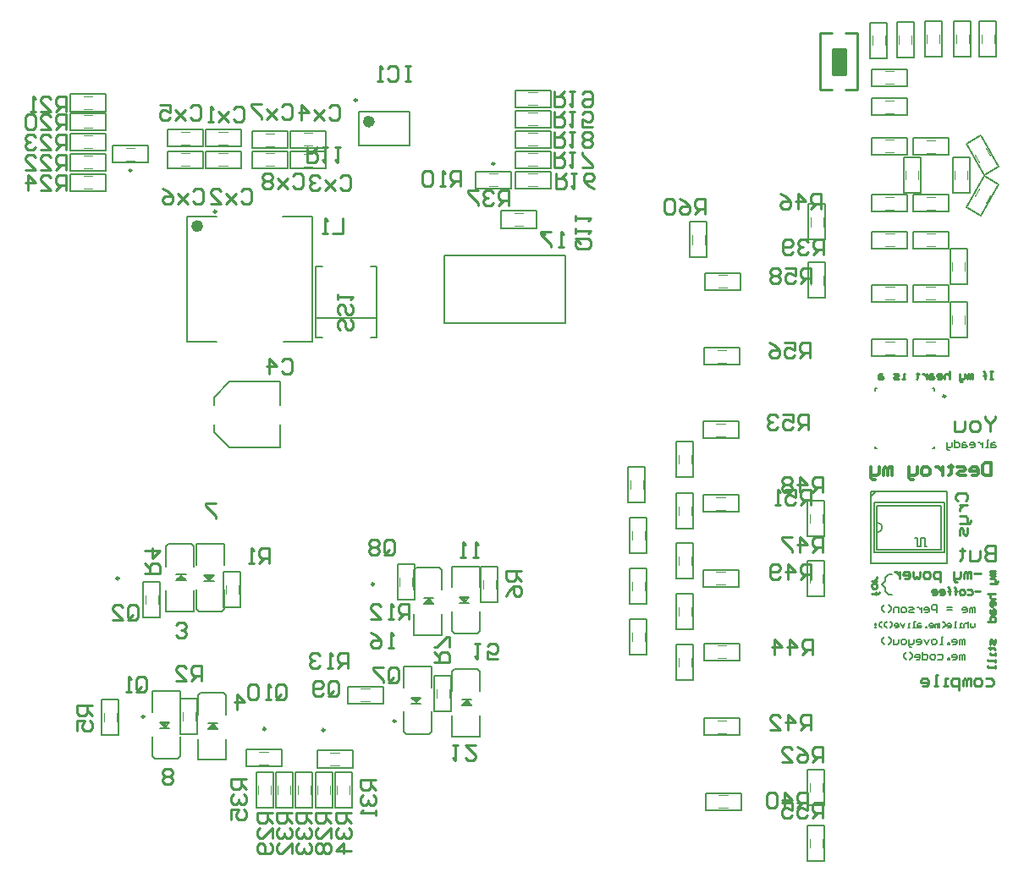
<source format=gbo>
G04*
G04 #@! TF.GenerationSoftware,Altium Limited,Altium Designer,18.1.6 (161)*
G04*
G04 Layer_Color=32896*
%FSTAX24Y24*%
%MOIN*%
G70*
G01*
G75*
%ADD10C,0.0100*%
%ADD11C,0.0098*%
%ADD12C,0.0236*%
%ADD13C,0.0040*%
%ADD14C,0.0079*%
%ADD16C,0.0050*%
%ADD18C,0.0080*%
%ADD146C,0.0120*%
%ADD147R,0.0500X0.1000*%
D10*
X11682Y069932D02*
X11727D01*
X11783D02*
X11828D01*
Y067712D02*
Y069932D01*
X11682Y067712D02*
Y069932D01*
X1173Y068322D02*
Y069322D01*
Y068322D02*
X1178D01*
Y069322D01*
X1173D02*
X1178D01*
X11682Y067712D02*
X11727D01*
X11783D02*
X11828D01*
X123338Y0445D02*
X123563D01*
X123638Y044425D01*
Y044275D01*
X123563Y0442D01*
X123338D01*
X123113D02*
X122963D01*
X122888Y044275D01*
Y044425D01*
X122963Y0445D01*
X123113D01*
X123188Y044425D01*
Y044275D01*
X123113Y0442D01*
X122738D02*
Y0445D01*
X122663D01*
X122588Y044425D01*
Y0442D01*
Y044425D01*
X122513Y0445D01*
X122438Y044425D01*
Y0442D01*
X122288Y04405D02*
Y0445D01*
X122063D01*
X121988Y044425D01*
Y044275D01*
X122063Y0442D01*
X122288D01*
X121838D02*
X121688D01*
X121763D01*
Y0445D01*
X121838D01*
X121463Y0442D02*
X121313D01*
X121388D01*
Y04465D01*
X121463D01*
X120863Y0442D02*
X121013D01*
X121088Y044275D01*
Y044425D01*
X121013Y0445D01*
X120863D01*
X120788Y044425D01*
Y04435D01*
X121088D01*
X1231Y04795D02*
X1229D01*
X1226Y048D02*
X12275D01*
X1228Y04795D01*
Y04785D01*
X12275Y0478D01*
X1226D01*
X12245D02*
X12235D01*
X1223Y04785D01*
Y04795D01*
X12235Y048D01*
X12245D01*
X1225Y04795D01*
Y04785D01*
X12245Y0478D01*
X12215D02*
Y04805D01*
Y04795D01*
X1222D01*
X1221D01*
X12215D01*
Y04805D01*
X1221Y0481D01*
X1219Y0478D02*
Y04805D01*
Y04795D01*
X12195D01*
X12185D01*
X1219D01*
Y04805D01*
X12185Y0481D01*
X121551Y0478D02*
X12165D01*
X1217Y04785D01*
Y04795D01*
X12165Y048D01*
X121551D01*
X121501Y04795D01*
Y0479D01*
X1217D01*
X121251Y0478D02*
X121351D01*
X121401Y04785D01*
Y04795D01*
X121351Y048D01*
X121251D01*
X121201Y04795D01*
Y0479D01*
X121401D01*
X118863Y04785D02*
X119113D01*
X119013D01*
Y0478D01*
Y0479D01*
Y04785D01*
X119113D01*
X119163Y0479D01*
X118863Y0481D02*
Y0482D01*
X118913Y04825D01*
X119013D01*
X119063Y0482D01*
Y0481D01*
X119013Y04805D01*
X118913D01*
X118863Y0481D01*
X119063Y04835D02*
X118863D01*
X118963D01*
X119013Y0484D01*
X119063Y04845D01*
Y0485D01*
X12315Y04865D02*
X122883D01*
X12275Y04845D02*
Y048717D01*
X122683D01*
X122617Y04865D01*
Y04845D01*
Y04865D01*
X12255Y048717D01*
X122484Y04865D01*
Y04845D01*
X12235Y048717D02*
Y048517D01*
X122284Y04845D01*
X122084D01*
Y048383D01*
X12215Y048317D01*
X122217D01*
X122084Y04845D02*
Y048717D01*
X121551Y048317D02*
Y048717D01*
X121351D01*
X121284Y04865D01*
Y048517D01*
X121351Y04845D01*
X121551D01*
X121084D02*
X120951D01*
X120884Y048517D01*
Y04865D01*
X120951Y048717D01*
X121084D01*
X121151Y04865D01*
Y048517D01*
X121084Y04845D01*
X120751Y048717D02*
Y048517D01*
X120684Y04845D01*
X120617Y048517D01*
X120551Y04845D01*
X120484Y048517D01*
Y048717D01*
X120151Y04845D02*
X120284D01*
X120351Y048517D01*
Y04865D01*
X120284Y048717D01*
X120151D01*
X120084Y04865D01*
Y048583D01*
X120351D01*
X119951Y048717D02*
Y04845D01*
Y048583D01*
X119884Y04865D01*
X119818Y048717D01*
X119751D01*
X1237Y04875D02*
X1235D01*
Y0487D01*
X12355Y04865D01*
X1237D01*
X12355D01*
X1235Y0486D01*
X12355Y04855D01*
X1237D01*
X1235Y04845D02*
X12365D01*
X1237Y0484D01*
Y04825D01*
X12375D01*
X1238Y0483D01*
Y04835D01*
X1237Y04825D02*
X1235D01*
X1234Y04785D02*
X1237D01*
X12355D01*
X1235Y0478D01*
Y0477D01*
X12355Y04765D01*
X1237D01*
Y0474D02*
Y0475D01*
X12365Y04755D01*
X12355D01*
X1235Y0475D01*
Y0474D01*
X12355Y04735D01*
X1236D01*
Y04755D01*
X1235Y0472D02*
Y047101D01*
X12355Y047051D01*
X1237D01*
Y0472D01*
X12365Y04725D01*
X1236Y0472D01*
Y047051D01*
X1234Y046751D02*
X1237D01*
Y046901D01*
X12365Y046951D01*
X12355D01*
X1235Y046901D01*
Y046751D01*
X1237Y046051D02*
Y045901D01*
X12365Y045851D01*
X1236Y045901D01*
Y046001D01*
X12355Y046051D01*
X1235Y046001D01*
Y045851D01*
X12345Y045701D02*
X1235D01*
Y045751D01*
Y045651D01*
Y045701D01*
X12365D01*
X1237Y045651D01*
Y045501D02*
Y045401D01*
Y045451D01*
X1235D01*
Y045501D01*
X1237Y045251D02*
Y045151D01*
Y045201D01*
X1234D01*
Y045251D01*
X1237Y045001D02*
Y044901D01*
Y044951D01*
X1234D01*
Y045001D01*
X1237Y04975D02*
Y04915D01*
X1234D01*
X1233Y04925D01*
Y04935D01*
X1234Y04945D01*
X1237D01*
X1234D01*
X1233Y04955D01*
Y04965D01*
X1234Y04975D01*
X1237D01*
X1231Y04955D02*
Y04925D01*
X123Y04915D01*
X1227D01*
Y04955D01*
X1224Y04965D02*
Y04955D01*
X1225D01*
X1223D01*
X1224D01*
Y04925D01*
X1223Y04915D01*
X122239Y0515D02*
X122164Y051575D01*
Y051725D01*
X122239Y0518D01*
X122539D01*
X122614Y051725D01*
Y051575D01*
X122539Y0515D01*
X122314Y05135D02*
X122614D01*
X122464D01*
X122389Y051275D01*
X122314Y0512D01*
Y051125D01*
Y0509D02*
X122539D01*
X122614Y050825D01*
Y0506D01*
X122689D01*
X122764Y050675D01*
Y05075D01*
X122614Y0506D02*
X122314D01*
X122614Y05045D02*
Y050226D01*
X122539Y050151D01*
X122464Y050226D01*
Y050375D01*
X122389Y05045D01*
X122314Y050375D01*
Y050151D01*
X1237Y05485D02*
Y05475D01*
X1235Y05455D01*
X1233Y05475D01*
Y05485D01*
X1235Y05455D02*
Y05425D01*
X123D02*
X1228D01*
X1227Y05435D01*
Y05455D01*
X1228Y05465D01*
X123D01*
X1231Y05455D01*
Y05435D01*
X123Y05425D01*
X1225Y05465D02*
Y05435D01*
X1224Y05425D01*
X122101D01*
Y05465D01*
X1236Y0566D02*
X1235D01*
X12355D01*
Y0563D01*
X1236D01*
X1235D01*
X1233D02*
Y05655D01*
Y05645D01*
X12335D01*
X12325D01*
X1233D01*
Y05655D01*
X12325Y0566D01*
X1228Y0563D02*
Y0565D01*
X12275D01*
X1227Y05645D01*
Y0563D01*
Y05645D01*
X12265Y0565D01*
X1226Y05645D01*
Y0563D01*
X1225Y0565D02*
Y05635D01*
X12245Y0563D01*
X1223D01*
Y05625D01*
X12235Y0562D01*
X1224D01*
X1223Y0563D02*
Y0565D01*
X121901Y0566D02*
Y0563D01*
Y05645D01*
X121851Y0565D01*
X121751D01*
X121701Y05645D01*
Y0563D01*
X121451D02*
X121551D01*
X121601Y05635D01*
Y05645D01*
X121551Y0565D01*
X121451D01*
X121401Y05645D01*
Y0564D01*
X121601D01*
X121251Y0565D02*
X121151D01*
X121101Y05645D01*
Y0563D01*
X121251D01*
X121301Y05635D01*
X121251Y0564D01*
X121101D01*
X121001Y0565D02*
Y0563D01*
Y0564D01*
X120951Y05645D01*
X120901Y0565D01*
X120851D01*
X120651Y05655D02*
Y0565D01*
X120701D01*
X120601D01*
X120651D01*
Y05635D01*
X120601Y0563D01*
X120151D02*
X120051D01*
X120101D01*
Y0565D01*
X120151D01*
X119901Y0563D02*
X119751D01*
X119701Y05635D01*
X119751Y0564D01*
X119851D01*
X119901Y05645D01*
X119851Y0565D01*
X119701D01*
X119251D02*
X119151D01*
X119101Y05645D01*
Y0563D01*
X119251D01*
X119301Y05635D01*
X119251Y0564D01*
X119101D01*
X11691Y041224D02*
Y041823D01*
X11661D01*
X11651Y041723D01*
Y041523D01*
X11661Y041424D01*
X11691D01*
X11671D02*
X11651Y041224D01*
X11591Y041823D02*
X11611Y041723D01*
X11631Y041523D01*
Y041324D01*
X11621Y041224D01*
X11601D01*
X11591Y041324D01*
Y041424D01*
X11601Y041523D01*
X11631D01*
X115311Y041224D02*
X11571D01*
X115311Y041623D01*
Y041723D01*
X11541Y041823D01*
X11561D01*
X11571Y041723D01*
X112283Y062828D02*
Y063428D01*
X111983D01*
X111883Y063328D01*
Y063128D01*
X111983Y063028D01*
X112283D01*
X112083D02*
X111883Y062828D01*
X111283Y063428D02*
X111483Y063328D01*
X111683Y063128D01*
Y062928D01*
X111583Y062828D01*
X111383D01*
X111283Y062928D01*
Y063028D01*
X111383Y063128D01*
X111683D01*
X111083Y063328D02*
X110983Y063428D01*
X110783D01*
X110683Y063328D01*
Y062928D01*
X110783Y062828D01*
X110983D01*
X111083Y062928D01*
Y063328D01*
X116433Y060072D02*
Y060671D01*
X116133D01*
X116033Y060571D01*
Y060371D01*
X116133Y060271D01*
X116433D01*
X116233D02*
X116033Y060072D01*
X115433Y060671D02*
X115833D01*
Y060371D01*
X115633Y060471D01*
X115533D01*
X115433Y060371D01*
Y060172D01*
X115533Y060072D01*
X115733D01*
X115833Y060172D01*
X115233Y060571D02*
X115133Y060671D01*
X114933D01*
X114833Y060571D01*
Y060471D01*
X114933Y060371D01*
X114833Y060271D01*
Y060172D01*
X114933Y060072D01*
X115133D01*
X115233Y060172D01*
Y060271D01*
X115133Y060371D01*
X115233Y060471D01*
Y060571D01*
X115133Y060371D02*
X114933D01*
X1164Y05715D02*
Y05775D01*
X1161D01*
X116Y05765D01*
Y05745D01*
X1161Y05735D01*
X1164D01*
X1162D02*
X116Y05715D01*
X1154Y05775D02*
X1158D01*
Y05745D01*
X1156Y05755D01*
X1155D01*
X1154Y05745D01*
Y05725D01*
X1155Y05715D01*
X1157D01*
X1158Y05725D01*
X114801Y05775D02*
X115Y05765D01*
X1152Y05745D01*
Y05725D01*
X1151Y05715D01*
X1149D01*
X114801Y05725D01*
Y05735D01*
X1149Y05745D01*
X1152D01*
X11692Y03902D02*
Y03962D01*
X11662D01*
X11652Y03952D01*
Y03932D01*
X11662Y03922D01*
X11692D01*
X11672D02*
X11652Y03902D01*
X11592Y03962D02*
X11632D01*
Y03932D01*
X11612Y03942D01*
X11602D01*
X11592Y03932D01*
Y03912D01*
X11602Y03902D01*
X11622D01*
X11632Y03912D01*
X115321Y03962D02*
X11572D01*
Y03932D01*
X11552Y03942D01*
X11542D01*
X115321Y03932D01*
Y03912D01*
X11542Y03902D01*
X11562D01*
X11572Y03912D01*
X11635Y0543D02*
Y0549D01*
X11605D01*
X11595Y0548D01*
Y0546D01*
X11605Y0545D01*
X11635D01*
X11615D02*
X11595Y0543D01*
X11535Y0549D02*
X11575D01*
Y0546D01*
X11555Y0547D01*
X11545D01*
X11535Y0546D01*
Y0544D01*
X11545Y0543D01*
X11565D01*
X11575Y0544D01*
X11515Y0548D02*
X11505Y0549D01*
X114851D01*
X114751Y0548D01*
Y0547D01*
X114851Y0546D01*
X11495D01*
X114851D01*
X114751Y0545D01*
Y0544D01*
X114851Y0543D01*
X11505D01*
X11515Y0544D01*
X116452Y05135D02*
Y05195D01*
X116152D01*
X116052Y05185D01*
Y05165D01*
X116152Y05155D01*
X116452D01*
X116252D02*
X116052Y05135D01*
X115452Y05195D02*
X115852D01*
Y05165D01*
X115652Y05175D01*
X115552D01*
X115452Y05165D01*
Y05145D01*
X115552Y05135D01*
X115752D01*
X115852Y05145D01*
X115252Y05135D02*
X115052D01*
X115152D01*
Y05195D01*
X115252Y05185D01*
X11645Y0484D02*
Y049D01*
X11615D01*
X11605Y0489D01*
Y0487D01*
X11615Y0486D01*
X11645D01*
X11625D02*
X11605Y0484D01*
X11555D02*
Y049D01*
X11585Y0487D01*
X11545D01*
X11525Y0485D02*
X11515Y0484D01*
X114951D01*
X114851Y0485D01*
Y0489D01*
X114951Y049D01*
X11515D01*
X11525Y0489D01*
Y0488D01*
X11515Y0487D01*
X114851D01*
X11691Y05183D02*
Y05243D01*
X11661D01*
X11651Y05233D01*
Y05213D01*
X11661Y05203D01*
X11691D01*
X11671D02*
X11651Y05183D01*
X11601D02*
Y05243D01*
X11631Y05213D01*
X11591D01*
X11571Y05233D02*
X11561Y05243D01*
X11541D01*
X115311Y05233D01*
Y05223D01*
X11541Y05213D01*
X115311Y05203D01*
Y05193D01*
X11541Y05183D01*
X11561D01*
X11571Y05193D01*
Y05203D01*
X11561Y05213D01*
X11571Y05223D01*
Y05233D01*
X11561Y05213D02*
X11541D01*
X11692Y04947D02*
Y05007D01*
X11662D01*
X11652Y04997D01*
Y04977D01*
X11662Y04967D01*
X11692D01*
X11672D02*
X11652Y04947D01*
X11602D02*
Y05007D01*
X11632Y04977D01*
X11592D01*
X11572Y05007D02*
X115321D01*
Y04997D01*
X11572Y04957D01*
Y04947D01*
X116858Y063D02*
Y0636D01*
X116558D01*
X116458Y0635D01*
Y0633D01*
X116558Y0632D01*
X116858D01*
X116658D02*
X116458Y063D01*
X115958D02*
Y0636D01*
X116258Y0633D01*
X115858D01*
X115258Y0636D02*
X115458Y0635D01*
X115658Y0633D01*
Y0631D01*
X115558Y063D01*
X115358D01*
X115258Y0631D01*
Y0632D01*
X115358Y0633D01*
X115658D01*
X1165Y04545D02*
Y04605D01*
X1162D01*
X1161Y04595D01*
Y04575D01*
X1162Y04565D01*
X1165D01*
X1163D02*
X1161Y04545D01*
X1156D02*
Y04605D01*
X1159Y04575D01*
X1155D01*
X115Y04545D02*
Y04605D01*
X1153Y04575D01*
X114901D01*
X11645Y042475D02*
Y043075D01*
X11615D01*
X11605Y042975D01*
Y042775D01*
X11615Y042675D01*
X11645D01*
X11625D02*
X11605Y042475D01*
X11555D02*
Y043075D01*
X11585Y042775D01*
X11545D01*
X114851Y042475D02*
X11525D01*
X114851Y042875D01*
Y042975D01*
X11495Y043075D01*
X11515D01*
X11525Y042975D01*
X1163Y039404D02*
Y040004D01*
X116D01*
X1159Y039904D01*
Y039704D01*
X116Y039604D01*
X1163D01*
X1161D02*
X1159Y039404D01*
X1154D02*
Y040004D01*
X1157Y039704D01*
X1153D01*
X1151Y039904D02*
X115Y040004D01*
X1148D01*
X114701Y039904D01*
Y039504D01*
X1148Y039404D01*
X115D01*
X1151Y039504D01*
Y039904D01*
X116943Y061228D02*
Y061828D01*
X116643D01*
X116543Y061728D01*
Y061528D01*
X116643Y061428D01*
X116943D01*
X116743D02*
X116543Y061228D01*
X116343Y061728D02*
X116243Y061828D01*
X116043D01*
X115943Y061728D01*
Y061628D01*
X116043Y061528D01*
X116143D01*
X116043D01*
X115943Y061428D01*
Y061328D01*
X116043Y061228D01*
X116243D01*
X116343Y061328D01*
X115743D02*
X115643Y061228D01*
X115443D01*
X115343Y061328D01*
Y061728D01*
X115443Y061828D01*
X115643D01*
X115743Y061728D01*
Y061628D01*
X115643Y061528D01*
X115343D01*
X10068Y068645D02*
X10048D01*
X10058D01*
Y068045D01*
X10068D01*
X10048D01*
X09978Y068545D02*
X09988Y068645D01*
X10008D01*
X10018Y068545D01*
Y068145D01*
X10008Y068045D01*
X09988D01*
X09978Y068145D01*
X09958Y068045D02*
X09938D01*
X09948D01*
Y068645D01*
X09958Y068545D01*
X09605Y06431D02*
X09615Y06441D01*
X09635D01*
X09645Y06431D01*
Y06391D01*
X09635Y06381D01*
X09615D01*
X09605Y06391D01*
X09585Y06421D02*
X09545Y06381D01*
X09565Y06401D01*
X09545Y06421D01*
X09585Y06381D01*
X09525Y06431D02*
X09515Y06441D01*
X09495D01*
X094851Y06431D01*
Y06421D01*
X09495Y06411D01*
X094851Y06401D01*
Y06391D01*
X09495Y06381D01*
X09515D01*
X09525Y06391D01*
Y06401D01*
X09515Y06411D01*
X09525Y06421D01*
Y06431D01*
X09515Y06411D02*
X09495D01*
X0956Y06705D02*
X0957Y06715D01*
X0959D01*
X096Y06705D01*
Y06665D01*
X0959Y06655D01*
X0957D01*
X0956Y06665D01*
X0954Y06695D02*
X095Y06655D01*
X0952Y06675D01*
X095Y06695D01*
X0954Y06655D01*
X0948Y06715D02*
X094401D01*
Y06705D01*
X0948Y06665D01*
Y06655D01*
X0921Y0637D02*
X0922Y0638D01*
X0924D01*
X0925Y0637D01*
Y0633D01*
X0924Y0632D01*
X0922D01*
X0921Y0633D01*
X0919Y0636D02*
X0915Y0632D01*
X0917Y0634D01*
X0915Y0636D01*
X0919Y0632D01*
X090901Y0638D02*
X0911Y0637D01*
X0913Y0635D01*
Y0633D01*
X0912Y0632D01*
X091D01*
X090901Y0633D01*
Y0634D01*
X091Y0635D01*
X0913D01*
X092Y067D02*
X0921Y0671D01*
X0923D01*
X0924Y067D01*
Y0666D01*
X0923Y0665D01*
X0921D01*
X092Y0666D01*
X0918Y0669D02*
X0914Y0665D01*
X0916Y0667D01*
X0914Y0669D01*
X0918Y0665D01*
X090801Y0671D02*
X0912D01*
Y0668D01*
X091Y0669D01*
X0909D01*
X090801Y0668D01*
Y0666D01*
X0909Y0665D01*
X0911D01*
X0912Y0666D01*
X097475Y067D02*
X097575Y0671D01*
X097775D01*
X097875Y067D01*
Y0666D01*
X097775Y0665D01*
X097575D01*
X097475Y0666D01*
X097275Y0669D02*
X096875Y0665D01*
X097075Y0667D01*
X096875Y0669D01*
X097275Y0665D01*
X096375D02*
Y0671D01*
X096675Y0668D01*
X096276D01*
X0979Y06425D02*
X098Y06435D01*
X0982D01*
X0983Y06425D01*
Y06385D01*
X0982Y06375D01*
X098D01*
X0979Y06385D01*
X0977Y06415D02*
X0973Y06375D01*
X0975Y06395D01*
X0973Y06415D01*
X0977Y06375D01*
X0971Y06425D02*
X097Y06435D01*
X0968D01*
X096701Y06425D01*
Y06415D01*
X0968Y06405D01*
X0969D01*
X0968D01*
X096701Y06395D01*
Y06385D01*
X0968Y06375D01*
X097D01*
X0971Y06385D01*
X094Y0637D02*
X0941Y0638D01*
X0943D01*
X0944Y0637D01*
Y0633D01*
X0943Y0632D01*
X0941D01*
X094Y0633D01*
X0938Y0636D02*
X0934Y0632D01*
X0936Y0634D01*
X0934Y0636D01*
X0938Y0632D01*
X092801D02*
X0932D01*
X092801Y0636D01*
Y0637D01*
X0929Y0638D01*
X0931D01*
X0932Y0637D01*
X0937Y06695D02*
X0938Y06705D01*
X094D01*
X0941Y06695D01*
Y06655D01*
X094Y06645D01*
X0938D01*
X0937Y06655D01*
X0935Y06685D02*
X0931Y06645D01*
X0933Y06665D01*
X0931Y06685D01*
X0935Y06645D01*
X0929D02*
X0927D01*
X0928D01*
Y06705D01*
X0929Y06695D01*
X0942Y04055D02*
X0936D01*
Y04025D01*
X0937Y04015D01*
X0939D01*
X094Y04025D01*
Y04055D01*
Y04035D02*
X0942Y04015D01*
X0937Y03995D02*
X0936Y03985D01*
Y03965D01*
X0937Y03955D01*
X0938D01*
X0939Y03965D01*
Y03975D01*
Y03965D01*
X094Y03955D01*
X0941D01*
X0942Y03965D01*
Y03985D01*
X0941Y03995D01*
X0936Y038951D02*
Y03935D01*
X0939D01*
X0938Y03915D01*
Y03905D01*
X0939Y038951D01*
X0941D01*
X0942Y03905D01*
Y03925D01*
X0941Y03935D01*
X098336Y039223D02*
X097736D01*
Y038923D01*
X097836Y038823D01*
X098036D01*
X098136Y038923D01*
Y039223D01*
Y039023D02*
X098336Y038823D01*
X097836Y038623D02*
X097736Y038523D01*
Y038324D01*
X097836Y038224D01*
X097936D01*
X098036Y038324D01*
Y038423D01*
Y038324D01*
X098136Y038224D01*
X098236D01*
X098336Y038324D01*
Y038523D01*
X098236Y038623D01*
X098336Y037724D02*
X097736D01*
X098036Y038024D01*
Y037624D01*
X096788Y039223D02*
X096188D01*
Y038923D01*
X096288Y038823D01*
X096488D01*
X096588Y038923D01*
Y039223D01*
Y039023D02*
X096788Y038823D01*
X096288Y038623D02*
X096188Y038523D01*
Y038324D01*
X096288Y038224D01*
X096388D01*
X096488Y038324D01*
Y038423D01*
Y038324D01*
X096588Y038224D01*
X096688D01*
X096788Y038324D01*
Y038523D01*
X096688Y038623D01*
X096288Y038024D02*
X096188Y037924D01*
Y037724D01*
X096288Y037624D01*
X096388D01*
X096488Y037724D01*
Y037824D01*
Y037724D01*
X096588Y037624D01*
X096688D01*
X096788Y037724D01*
Y037924D01*
X096688Y038024D01*
X096014Y039223D02*
X095414D01*
Y038923D01*
X095514Y038823D01*
X095714D01*
X095814Y038923D01*
Y039223D01*
Y039023D02*
X096014Y038823D01*
X095514Y038623D02*
X095414Y038523D01*
Y038324D01*
X095514Y038224D01*
X095614D01*
X095714Y038324D01*
Y038423D01*
Y038324D01*
X095814Y038224D01*
X095914D01*
X096014Y038324D01*
Y038523D01*
X095914Y038623D01*
X096014Y037624D02*
Y038024D01*
X095614Y037624D01*
X095514D01*
X095414Y037724D01*
Y037924D01*
X095514Y038024D01*
X0993Y0405D02*
X0987D01*
Y0402D01*
X0988Y0401D01*
X099D01*
X0991Y0402D01*
Y0405D01*
Y0403D02*
X0993Y0401D01*
X0988Y0399D02*
X0987Y0398D01*
Y0396D01*
X0988Y0395D01*
X0989D01*
X099Y0396D01*
Y0397D01*
Y0396D01*
X0991Y0395D01*
X0992D01*
X0993Y0396D01*
Y0398D01*
X0992Y0399D01*
X0993Y0393D02*
Y0391D01*
Y0392D01*
X0987D01*
X0988Y0393D01*
X09524Y039223D02*
X09464D01*
Y038923D01*
X09474Y038823D01*
X09494D01*
X09504Y038923D01*
Y039223D01*
Y039023D02*
X09524Y038823D01*
Y038224D02*
Y038623D01*
X09484Y038224D01*
X09474D01*
X09464Y038324D01*
Y038523D01*
X09474Y038623D01*
X09514Y038024D02*
X09524Y037924D01*
Y037724D01*
X09514Y037624D01*
X09474D01*
X09464Y037724D01*
Y037924D01*
X09474Y038024D01*
X09484D01*
X09494Y037924D01*
Y037624D01*
X097562Y039223D02*
X096962D01*
Y038923D01*
X097062Y038823D01*
X097262D01*
X097362Y038923D01*
Y039223D01*
Y039023D02*
X097562Y038823D01*
Y038224D02*
Y038623D01*
X097162Y038224D01*
X097062D01*
X096962Y038324D01*
Y038523D01*
X097062Y038623D01*
Y038024D02*
X096962Y037924D01*
Y037724D01*
X097062Y037624D01*
X097162D01*
X097262Y037724D01*
X097362Y037624D01*
X097462D01*
X097562Y037724D01*
Y037924D01*
X097462Y038024D01*
X097362D01*
X097262Y037924D01*
X097162Y038024D01*
X097062D01*
X097262Y037924D02*
Y037724D01*
X087125Y06375D02*
Y06435D01*
X086825D01*
X086725Y06425D01*
Y06405D01*
X086825Y06395D01*
X087125D01*
X086925D02*
X086725Y06375D01*
X086125D02*
X086525D01*
X086125Y06415D01*
Y06425D01*
X086225Y06435D01*
X086425D01*
X086525Y06425D01*
X085625Y06375D02*
Y06435D01*
X085925Y06405D01*
X085526D01*
X087125Y06535D02*
Y06595D01*
X086825D01*
X086725Y06585D01*
Y06565D01*
X086825Y06555D01*
X087125D01*
X086925D02*
X086725Y06535D01*
X086125D02*
X086525D01*
X086125Y06575D01*
Y06585D01*
X086225Y06595D01*
X086425D01*
X086525Y06585D01*
X085925D02*
X085825Y06595D01*
X085625D01*
X085526Y06585D01*
Y06575D01*
X085625Y06565D01*
X085725D01*
X085625D01*
X085526Y06555D01*
Y06545D01*
X085625Y06535D01*
X085825D01*
X085925Y06545D01*
X087125Y06455D02*
Y06515D01*
X086825D01*
X086725Y06505D01*
Y06485D01*
X086825Y06475D01*
X087125D01*
X086925D02*
X086725Y06455D01*
X086125D02*
X086525D01*
X086125Y06495D01*
Y06505D01*
X086225Y06515D01*
X086425D01*
X086525Y06505D01*
X085526Y06455D02*
X085925D01*
X085526Y06495D01*
Y06505D01*
X085625Y06515D01*
X085825D01*
X085925Y06505D01*
X087125Y06685D02*
Y06745D01*
X086825D01*
X086725Y06735D01*
Y06715D01*
X086825Y06705D01*
X087125D01*
X086925D02*
X086725Y06685D01*
X086125D02*
X086525D01*
X086125Y06725D01*
Y06735D01*
X086225Y06745D01*
X086425D01*
X086525Y06735D01*
X085925Y06685D02*
X085725D01*
X085825D01*
Y06745D01*
X085925Y06735D01*
X087125Y06615D02*
Y06675D01*
X086825D01*
X086725Y06665D01*
Y06645D01*
X086825Y06635D01*
X087125D01*
X086925D02*
X086725Y06615D01*
X086125D02*
X086525D01*
X086125Y06655D01*
Y06665D01*
X086225Y06675D01*
X086425D01*
X086525Y06665D01*
X085925D02*
X085825Y06675D01*
X085625D01*
X085526Y06665D01*
Y06625D01*
X085625Y06615D01*
X085825D01*
X085925Y06625D01*
Y06665D01*
X10635Y06765D02*
Y06705D01*
X10665D01*
X10675Y06715D01*
Y06735D01*
X10665Y06745D01*
X10635D01*
X10655D02*
X10675Y06765D01*
X10695D02*
X10715D01*
X10705D01*
Y06705D01*
X10695Y06715D01*
X10745Y06755D02*
X10755Y06765D01*
X10775D01*
X10785Y06755D01*
Y06715D01*
X10775Y06705D01*
X10755D01*
X10745Y06715D01*
Y06725D01*
X10755Y06735D01*
X10785D01*
X10635Y06605D02*
Y06545D01*
X10665D01*
X10675Y06555D01*
Y06575D01*
X10665Y06585D01*
X10635D01*
X10655D02*
X10675Y06605D01*
X10695D02*
X10715D01*
X10705D01*
Y06545D01*
X10695Y06555D01*
X10745D02*
X10755Y06545D01*
X10775D01*
X10785Y06555D01*
Y06565D01*
X10775Y06575D01*
X10785Y06585D01*
Y06595D01*
X10775Y06605D01*
X10755D01*
X10745Y06595D01*
Y06585D01*
X10755Y06575D01*
X10745Y06565D01*
Y06555D01*
X10755Y06575D02*
X10775D01*
X10635Y06525D02*
Y06465D01*
X10665D01*
X10675Y06475D01*
Y06495D01*
X10665Y06505D01*
X10635D01*
X10655D02*
X10675Y06525D01*
X10695D02*
X10715D01*
X10705D01*
Y06465D01*
X10695Y06475D01*
X10745Y06465D02*
X10785D01*
Y06475D01*
X10745Y06515D01*
Y06525D01*
X1064Y0644D02*
Y0638D01*
X1067D01*
X1068Y0639D01*
Y0641D01*
X1067Y0642D01*
X1064D01*
X1066D02*
X1068Y0644D01*
X107D02*
X1072D01*
X1071D01*
Y0638D01*
X107Y0639D01*
X1079Y0638D02*
X1077Y0639D01*
X1075Y0641D01*
Y0643D01*
X1076Y0644D01*
X1078D01*
X1079Y0643D01*
Y0642D01*
X1078Y0641D01*
X1075D01*
X10635Y06685D02*
Y06625D01*
X10665D01*
X10675Y06635D01*
Y06655D01*
X10665Y06665D01*
X10635D01*
X10655D02*
X10675Y06685D01*
X10695D02*
X10715D01*
X10705D01*
Y06625D01*
X10695Y06635D01*
X10785Y06625D02*
X10745D01*
Y06655D01*
X10765Y06645D01*
X10775D01*
X10785Y06655D01*
Y06675D01*
X10775Y06685D01*
X10755D01*
X10745Y06675D01*
X0966Y06545D02*
Y06485D01*
X0969D01*
X097Y06495D01*
Y06515D01*
X0969Y06525D01*
X0966D01*
X0968D02*
X097Y06545D01*
X0972D02*
X0974D01*
X0973D01*
Y06485D01*
X0972Y06495D01*
X0977Y06545D02*
X0979D01*
X0978D01*
Y06485D01*
X0977Y06495D01*
X10265Y0639D02*
Y0645D01*
X10235D01*
X10225Y0644D01*
Y0642D01*
X10235Y0641D01*
X10265D01*
X10245D02*
X10225Y0639D01*
X10205D02*
X10185D01*
X10195D01*
Y0645D01*
X10205Y0644D01*
X10155D02*
X10145Y0645D01*
X10125D01*
X10115Y0644D01*
Y064D01*
X10125Y0639D01*
X10145D01*
X10155Y064D01*
Y0644D01*
X095366Y043785D02*
Y044185D01*
X095466Y044285D01*
X095666D01*
X095766Y044185D01*
Y043785D01*
X095666Y043685D01*
X095466D01*
X095566Y043885D02*
X095366Y043685D01*
X095466D02*
X095366Y043785D01*
X095166Y043685D02*
X094966D01*
X095066D01*
Y044285D01*
X095166Y044185D01*
X094666D02*
X094566Y044285D01*
X094366D01*
X094266Y044185D01*
Y043785D01*
X094366Y043685D01*
X094566D01*
X094666Y043785D01*
Y044185D01*
X09745Y0439D02*
Y0443D01*
X09755Y0444D01*
X09775D01*
X09785Y0443D01*
Y0439D01*
X09775Y0438D01*
X09755D01*
X09765Y044D02*
X09745Y0438D01*
X09755D02*
X09745Y0439D01*
X09725D02*
X09715Y0438D01*
X09695D01*
X09685Y0439D01*
Y0443D01*
X09695Y0444D01*
X09715D01*
X09725Y0443D01*
Y0442D01*
X09715Y0441D01*
X09685D01*
X095625Y05702D02*
X095725Y05712D01*
X095925D01*
X096025Y05702D01*
Y05662D01*
X095925Y05652D01*
X095725D01*
X095625Y05662D01*
X095126Y05652D02*
Y05712D01*
X095425Y05682D01*
X095026D01*
X098Y06265D02*
Y06205D01*
X0976D01*
X0974D02*
X0972D01*
X0973D01*
Y06265D01*
X0974Y06255D01*
X0983Y05865D02*
X0984Y05855D01*
Y05835D01*
X0983Y05825D01*
X0982D01*
X0981Y05835D01*
Y05855D01*
X098Y05865D01*
X0979D01*
X0978Y05855D01*
Y05835D01*
X0979Y05825D01*
X0983Y05925D02*
X0984Y05915D01*
Y05895D01*
X0983Y05885D01*
X0982D01*
X0981Y05895D01*
Y05915D01*
X098Y05925D01*
X0979D01*
X0978Y05915D01*
Y05895D01*
X0979Y05885D01*
X0978Y05945D02*
Y05965D01*
Y05955D01*
X0984D01*
X0983Y05945D01*
X10455Y06315D02*
Y06375D01*
X10425D01*
X10415Y06365D01*
Y06345D01*
X10425Y06335D01*
X10455D01*
X10435D02*
X10415Y06315D01*
X10395Y06365D02*
X10385Y06375D01*
X10365D01*
X10355Y06365D01*
Y06355D01*
X10365Y06345D01*
X10375D01*
X10365D01*
X10355Y06335D01*
Y06325D01*
X10365Y06315D01*
X10385D01*
X10395Y06325D01*
X10335Y06375D02*
X102951D01*
Y06365D01*
X10335Y06325D01*
Y06315D01*
X10729Y06183D02*
X10769D01*
X10779Y06173D01*
Y06153D01*
X10769Y06143D01*
X10729D01*
X10719Y06153D01*
Y06173D01*
X10739Y06163D02*
X10719Y06183D01*
Y06173D02*
X10729Y06183D01*
X10719Y06203D02*
Y06223D01*
Y06213D01*
X10779D01*
X10769Y06203D01*
X10719Y06253D02*
Y06273D01*
Y06263D01*
X10779D01*
X10769Y06253D01*
X10672Y06152D02*
X10652D01*
X10662D01*
Y06212D01*
X10672Y06202D01*
X10622Y06212D02*
X10582D01*
Y06202D01*
X10622Y06162D01*
Y06152D01*
X0982Y0449D02*
Y0455D01*
X0979D01*
X0978Y0454D01*
Y0452D01*
X0979Y0451D01*
X0982D01*
X098D02*
X0978Y0449D01*
X0976D02*
X0974D01*
X0975D01*
Y0455D01*
X0976Y0454D01*
X0971D02*
X097Y0455D01*
X0968D01*
X0967Y0454D01*
Y0453D01*
X0968Y0452D01*
X0969D01*
X0968D01*
X0967Y0451D01*
Y045D01*
X0968Y0449D01*
X097D01*
X0971Y045D01*
X1006Y04685D02*
Y04745D01*
X1003D01*
X1002Y04735D01*
Y04715D01*
X1003Y04705D01*
X1006D01*
X1004D02*
X1002Y04685D01*
X1D02*
X0998D01*
X0999D01*
Y04745D01*
X1Y04735D01*
X0991Y04685D02*
X0995D01*
X0991Y04725D01*
Y04735D01*
X0992Y04745D01*
X0994D01*
X0995Y04735D01*
X10163Y04515D02*
X10223D01*
Y04545D01*
X10213Y04555D01*
X10193D01*
X10183Y04545D01*
Y04515D01*
Y04535D02*
X10163Y04555D01*
X10223Y04575D02*
Y04615D01*
X10213D01*
X10173Y04575D01*
X10163D01*
X10505Y04875D02*
X10445D01*
Y04845D01*
X10455Y04835D01*
X10475D01*
X10485Y04845D01*
Y04875D01*
Y04855D02*
X10505Y04835D01*
X10445Y04775D02*
X10455Y04795D01*
X10475Y04815D01*
X10495D01*
X10505Y04805D01*
Y04785D01*
X10495Y04775D01*
X10485D01*
X10475Y04785D01*
Y04815D01*
X09964Y04949D02*
Y04989D01*
X09974Y04999D01*
X09994D01*
X10004Y04989D01*
Y04949D01*
X09994Y04939D01*
X09974D01*
X09984Y04959D02*
X09964Y04939D01*
X09974D02*
X09964Y04949D01*
X09944Y04989D02*
X09934Y04999D01*
X09914D01*
X09904Y04989D01*
Y04979D01*
X09914Y04969D01*
X09904Y04959D01*
Y04949D01*
X09914Y04939D01*
X09934D01*
X09944Y04949D01*
Y04959D01*
X09934Y04969D01*
X09944Y04979D01*
Y04989D01*
X09934Y04969D02*
X09914D01*
X0998Y04445D02*
Y04485D01*
X0999Y04495D01*
X1001D01*
X1002Y04485D01*
Y04445D01*
X1001Y04435D01*
X0999D01*
X1Y04455D02*
X0998Y04435D01*
X0999D02*
X0998Y04445D01*
X0996Y04495D02*
X0992D01*
Y04485D01*
X0996Y04445D01*
Y04435D01*
X100025Y0457D02*
X099825D01*
X099925D01*
Y0463D01*
X100025Y0462D01*
X099125Y0463D02*
X099325Y0462D01*
X099525Y046D01*
Y0458D01*
X099425Y0457D01*
X099225D01*
X099125Y0458D01*
Y0459D01*
X099225Y046D01*
X099525D01*
X1032Y045875D02*
X1034D01*
X1033D01*
Y045275D01*
X1032Y045375D01*
X1041Y045275D02*
X1037D01*
Y045575D01*
X1039Y045475D01*
X104D01*
X1041Y045575D01*
Y045775D01*
X104Y045875D01*
X1038D01*
X1037Y045775D01*
X10236Y041885D02*
X10256D01*
X10246D01*
Y041285D01*
X10236Y041385D01*
X10326Y041885D02*
X10286D01*
X10326Y041485D01*
Y041385D01*
X10316Y041285D01*
X10296D01*
X10286Y041385D01*
X10334Y049265D02*
X10314D01*
X10324D01*
Y049865D01*
X10334Y049765D01*
X10284Y049265D02*
X10264D01*
X10274D01*
Y049865D01*
X10284Y049765D01*
X08815Y04345D02*
X08755D01*
Y04315D01*
X08765Y04305D01*
X08785D01*
X08795Y04315D01*
Y04345D01*
Y04325D02*
X08815Y04305D01*
X08755Y04245D02*
Y04285D01*
X08785D01*
X08775Y04265D01*
Y04255D01*
X08785Y04245D01*
X08805D01*
X08815Y04255D01*
Y04275D01*
X08805Y04285D01*
X0902Y04865D02*
X0908D01*
Y04895D01*
X0907Y04905D01*
X0905D01*
X0904Y04895D01*
Y04865D01*
Y04885D02*
X0902Y04905D01*
Y04955D02*
X0908D01*
X0905Y04925D01*
Y04965D01*
X09245Y0444D02*
Y045D01*
X09215D01*
X09205Y0449D01*
Y0447D01*
X09215Y0446D01*
X09245D01*
X09225D02*
X09205Y0444D01*
X09145D02*
X09185D01*
X09145Y0448D01*
Y0449D01*
X09155Y045D01*
X09175D01*
X09185Y0449D01*
X0951Y04905D02*
Y04965D01*
X0948D01*
X0947Y04955D01*
Y04935D01*
X0948Y04925D01*
X0951D01*
X0949D02*
X0947Y04905D01*
X0945D02*
X0943D01*
X0944D01*
Y04965D01*
X0945Y04955D01*
X089886Y04407D02*
Y04447D01*
X089986Y04457D01*
X090186D01*
X090286Y04447D01*
Y04407D01*
X090186Y04397D01*
X089986D01*
X090086Y04417D02*
X089886Y04397D01*
X089986D02*
X089886Y04407D01*
X089686Y04397D02*
X089486D01*
X089586D01*
Y04457D01*
X089686Y04447D01*
X08955Y0469D02*
Y0473D01*
X08965Y0474D01*
X08985D01*
X08995Y0473D01*
Y0469D01*
X08985Y0468D01*
X08965D01*
X08975Y047D02*
X08955Y0468D01*
X08965D02*
X08955Y0469D01*
X08895Y0468D02*
X08935D01*
X08895Y0472D01*
Y0473D01*
X08905Y0474D01*
X08925D01*
X08935Y0473D01*
X0913Y04085D02*
X0912Y04095D01*
X091D01*
X0909Y04085D01*
Y04075D01*
X091Y04065D01*
X0909Y04055D01*
Y04045D01*
X091Y04035D01*
X0912D01*
X0913Y04045D01*
Y04055D01*
X0912Y04065D01*
X0913Y04075D01*
Y04085D01*
X0912Y04065D02*
X091D01*
X093Y0514D02*
X0926D01*
Y0513D01*
X093Y0509D01*
Y0508D01*
X09384Y04329D02*
Y04389D01*
X09414Y04359D01*
X09374D01*
X09145Y0462D02*
X09155Y0461D01*
X09175D01*
X09185Y0462D01*
Y0463D01*
X09175Y0464D01*
X09165D01*
X09175D01*
X09185Y0465D01*
Y0466D01*
X09175Y0467D01*
X09155D01*
X09145Y0466D01*
D11*
X121754Y055636D02*
G03*
X121754Y055636I-000049J0D01*
G01*
X093031Y062908D02*
G03*
X093031Y062908I-000049J0D01*
G01*
X098575Y0673D02*
G03*
X098575Y0673I-000049J0D01*
G01*
X1001Y042825D02*
G03*
X1001Y042825I-000049J0D01*
G01*
X089198Y04845D02*
G03*
X089198Y04845I-000049J0D01*
G01*
X097298Y042473D02*
G03*
X097298Y042473I-000049J0D01*
G01*
X094974Y042515D02*
G03*
X094974Y042515I-000049J0D01*
G01*
X089699Y064526D02*
G03*
X089699Y064526I-000049J0D01*
G01*
X103991Y064799D02*
G03*
X103991Y064799I-000049J0D01*
G01*
X105998Y062D02*
G03*
X105998Y062I-000049J0D01*
G01*
X099248Y048225D02*
G03*
X099248Y048225I-000049J0D01*
G01*
X0902Y043D02*
G03*
X0902Y043I-000049J0D01*
G01*
D12*
X092401Y062337D02*
G03*
X092401Y062337I-000118J0D01*
G01*
X099158Y066454D02*
G03*
X099158Y066454I-000118J0D01*
G01*
D13*
X116433Y062328D02*
Y062668D01*
X116933Y062328D02*
Y062668D01*
X122024Y058463D02*
Y058803D01*
X122524Y058463D02*
Y058803D01*
X120996Y057288D02*
X121336D01*
X120996Y057788D02*
X121336D01*
X119393Y057288D02*
X119733D01*
X119393Y057788D02*
X119733D01*
X120996Y059438D02*
X121336D01*
X120996Y059938D02*
X121336D01*
X119393Y059438D02*
X119733D01*
X119393Y059938D02*
X119733D01*
X122525Y060564D02*
Y060904D01*
X122025Y060564D02*
Y060904D01*
X121015Y061538D02*
X121355D01*
X121015Y062038D02*
X121355D01*
X119393Y061538D02*
X119733D01*
X119393Y062038D02*
X119733D01*
X122908Y063511D02*
X123078Y063805D01*
X123341Y063261D02*
X123511Y063555D01*
X123356Y065399D02*
X123526Y065104D01*
X122923Y065149D02*
X123093Y064854D01*
X120182Y064163D02*
Y064503D01*
X120682Y064163D02*
Y064503D01*
X119383Y062988D02*
X119723D01*
X119383Y063488D02*
X119723D01*
X12102Y062988D02*
X12136D01*
X12102Y063488D02*
X12136D01*
X122125Y06418D02*
Y06452D01*
X122625Y06418D02*
Y06452D01*
X12102Y065226D02*
X12136D01*
X12102Y065726D02*
X12136D01*
X119383Y065233D02*
X119723D01*
X119383Y065733D02*
X119723D01*
X119383Y066783D02*
X119723D01*
X119383Y067283D02*
X119723D01*
X119383Y067933D02*
X119723D01*
X119383Y068433D02*
X119723D01*
X118875Y069492D02*
Y069832D01*
X119375Y069492D02*
Y069832D01*
X119925Y069513D02*
Y069853D01*
X120425Y069513D02*
Y069853D01*
X121025Y069541D02*
Y069881D01*
X121525Y069541D02*
Y069881D01*
X122174Y069541D02*
Y069881D01*
X122674Y069541D02*
Y069881D01*
X123175Y069541D02*
Y069881D01*
X123675Y069541D02*
Y069881D01*
X1099Y04998D02*
Y05032D01*
X1094Y04998D02*
Y05032D01*
X1164Y04828D02*
Y04862D01*
X1169Y04828D02*
Y04862D01*
X112813Y059898D02*
X113153D01*
X112813Y060398D02*
X113153D01*
X11278Y05695D02*
X11312D01*
X11278Y05745D02*
X11312D01*
X11273Y05405D02*
X11307D01*
X11273Y05455D02*
X11307D01*
X112732Y05115D02*
X113072D01*
X112732Y05165D02*
X113072D01*
X11273Y0482D02*
X11307D01*
X11273Y0487D02*
X11307D01*
X11278Y0453D02*
X11312D01*
X11278Y0458D02*
X11312D01*
X11278Y04235D02*
X11312D01*
X11278Y04285D02*
X11312D01*
X11283Y0394D02*
X11317D01*
X11283Y0399D02*
X11317D01*
X11175Y05298D02*
Y05332D01*
X11125Y05298D02*
Y05332D01*
X10985Y05198D02*
Y05232D01*
X10935Y05198D02*
Y05232D01*
X11175Y05093D02*
Y05127D01*
X11125Y05093D02*
Y05127D01*
X11175Y04898D02*
Y04932D01*
X11125Y04898D02*
Y04932D01*
X1099Y04798D02*
Y04832D01*
X1094Y04798D02*
Y04832D01*
X11175Y04698D02*
Y04732D01*
X11125Y04698D02*
Y04732D01*
X1099Y04598D02*
Y04632D01*
X1094Y04598D02*
Y04632D01*
X11175Y04498D02*
Y04532D01*
X11125Y04498D02*
Y04532D01*
X116433Y060028D02*
Y060368D01*
X116933Y060028D02*
Y060368D01*
X1164Y03783D02*
Y03817D01*
X1169Y03783D02*
Y03817D01*
Y04003D02*
Y04037D01*
X1164Y04003D02*
Y04037D01*
X112283Y061628D02*
Y061968D01*
X111783Y061628D02*
Y061968D01*
X1169Y05063D02*
Y05097D01*
X1164Y05063D02*
Y05097D01*
X10355Y048055D02*
Y048395D01*
X10405Y048055D02*
Y048395D01*
X10075Y04813D02*
Y04847D01*
X10025Y04813D02*
Y04847D01*
X1022Y043755D02*
Y044095D01*
X1017Y043755D02*
Y044095D01*
X0922Y04283D02*
Y04317D01*
X0917Y04283D02*
Y04317D01*
X0891Y042805D02*
Y043145D01*
X0886Y042805D02*
Y043145D01*
X09025Y04743D02*
Y04777D01*
X09075Y04743D02*
Y04777D01*
X0934Y04783D02*
Y04817D01*
X0939Y04783D02*
Y04817D01*
X09873Y043599D02*
X09907D01*
X09873Y044099D02*
X09907D01*
X10478Y06235D02*
X10512D01*
X10478Y06285D02*
X10512D01*
X10378Y0644D02*
X10412D01*
X10378Y0639D02*
X10412D01*
X08948Y064925D02*
X08982D01*
X08948Y065425D02*
X08982D01*
X09779Y039953D02*
Y040293D01*
X09829Y039953D02*
Y040293D01*
X09753Y041073D02*
X09787D01*
X09753Y041573D02*
X09787D01*
X097015Y039953D02*
Y040293D01*
X097515Y039953D02*
Y040293D01*
X09624Y039953D02*
Y040293D01*
X09674Y039953D02*
Y040293D01*
X095465Y039953D02*
Y040293D01*
X095965Y039953D02*
Y040293D01*
X09473Y041123D02*
X09507D01*
X09473Y041623D02*
X09507D01*
X09469Y039953D02*
Y040293D01*
X09519Y039953D02*
Y040293D01*
X087805Y06745D02*
X088145D01*
X087805Y06695D02*
X088145D01*
X087805Y0667D02*
X088145D01*
X087805Y0662D02*
X088145D01*
X087805Y0659D02*
X088145D01*
X087805Y0654D02*
X088145D01*
X087805Y0651D02*
X088145D01*
X087805Y0646D02*
X088145D01*
X087805Y0643D02*
X088145D01*
X087805Y0638D02*
X088145D01*
X10533Y0647D02*
X10567D01*
X10533Y0652D02*
X10567D01*
X10533Y0655D02*
X10567D01*
X10533Y066D02*
X10567D01*
X10533Y0671D02*
X10567D01*
X10533Y0676D02*
X10567D01*
X10533Y0639D02*
X10567D01*
X10533Y0644D02*
X10567D01*
X10533Y0663D02*
X10567D01*
X10533Y0668D02*
X10567D01*
X09498Y06599D02*
X09532D01*
X09498Y06549D02*
X09532D01*
X094986Y0652D02*
X095326D01*
X094986Y0647D02*
X095326D01*
X096474Y066D02*
X096814D01*
X096474Y0655D02*
X096814D01*
X09648Y06519D02*
X09682D01*
X09648Y06469D02*
X09682D01*
X091636Y06605D02*
X091976D01*
X091636Y06555D02*
X091976D01*
X091636Y0652D02*
X091976D01*
X091636Y0647D02*
X091976D01*
X09313Y06605D02*
X09347D01*
X09313Y06555D02*
X09347D01*
X09313Y0652D02*
X09347D01*
X09313Y0647D02*
X09347D01*
D14*
X121331Y055848D02*
Y055931D01*
X121248D02*
X121331D01*
X118969D02*
X119052D01*
X118969Y055848D02*
Y055931D01*
X121331Y053569D02*
Y053652D01*
X121248Y053569D02*
X121331D01*
X118969D02*
X119052D01*
X118969D02*
Y053652D01*
X091889Y057789D02*
Y062711D01*
X096811Y057789D02*
Y062711D01*
X095669Y057789D02*
X096791D01*
X091889D02*
X093051D01*
X095649Y062711D02*
X096811D01*
X091889D02*
X093051D01*
X100654Y065528D02*
Y066847D01*
X098646Y065528D02*
Y066847D01*
Y065528D02*
X100654D01*
X098646Y066847D02*
X100654D01*
X102Y05852D02*
X10612D01*
X102D02*
Y06118D01*
X10678D01*
Y05852D02*
Y06118D01*
X10611Y05852D02*
X10678D01*
X102703Y043676D02*
X103097D01*
X102782Y043479D02*
X103018D01*
X102703Y04344D02*
X103097D01*
X102703D02*
X1029Y043637D01*
X102841Y043538D02*
X102959D01*
X1029Y043637D02*
X103097Y04344D01*
X1023Y043997D02*
Y044775D01*
X1034Y043997D02*
Y044775D01*
Y042225D02*
Y043053D01*
X1023Y042225D02*
Y043053D01*
X1024Y044875D02*
X1033D01*
X1034Y044775D01*
X1023D02*
X1024Y044875D01*
X1023Y042225D02*
X1034D01*
X102603Y047474D02*
X102997D01*
X102682Y047671D02*
X102918D01*
X102603Y04771D02*
X102997D01*
X1028Y047513D02*
X102997Y04771D01*
X102741Y047612D02*
X102859D01*
X102603Y04771D02*
X1028Y047513D01*
X1034Y046375D02*
Y047153D01*
X1023Y046375D02*
Y047153D01*
Y048097D02*
Y048925D01*
X1034Y048097D02*
Y048925D01*
X1024Y046275D02*
X1033D01*
X1023Y046375D02*
X1024Y046275D01*
X1033D02*
X1034Y046375D01*
X1023Y048925D02*
X1034D01*
X100703Y043524D02*
X101097D01*
X100782Y043721D02*
X101018D01*
X100703Y04376D02*
X101097D01*
X1009Y043563D02*
X101097Y04376D01*
X100841Y043662D02*
X100959D01*
X100703Y04376D02*
X1009Y043563D01*
X1015Y042425D02*
Y043203D01*
X1004Y042425D02*
Y043203D01*
Y044147D02*
Y044975D01*
X1015Y044147D02*
Y044975D01*
X1005Y042325D02*
X1014D01*
X1004Y042425D02*
X1005Y042325D01*
X1014D02*
X1015Y042425D01*
X1004Y044975D02*
X1015D01*
X101203Y047676D02*
X101597D01*
X101282Y047479D02*
X101518D01*
X101203Y04744D02*
X101597D01*
X101203D02*
X1014Y047637D01*
X101341Y047538D02*
X101459D01*
X1014Y047637D02*
X101597Y04744D01*
X1008Y047997D02*
Y048775D01*
X1019Y047997D02*
Y048775D01*
Y046225D02*
Y047053D01*
X1008Y046225D02*
Y047053D01*
X1009Y048875D02*
X1018D01*
X1019Y048775D01*
X1008D02*
X1009Y048875D01*
X1008Y046225D02*
X1019D01*
X090803Y042549D02*
X091197D01*
X090882Y042746D02*
X091118D01*
X090803Y042785D02*
X091197D01*
X091Y042588D02*
X091197Y042785D01*
X090941Y042687D02*
X091059D01*
X090803Y042785D02*
X091Y042588D01*
X0916Y04145D02*
Y042228D01*
X0905Y04145D02*
Y042228D01*
Y043172D02*
Y044D01*
X0916Y043172D02*
Y044D01*
X0906Y04135D02*
X0915D01*
X0905Y04145D02*
X0906Y04135D01*
X0915D02*
X0916Y04145D01*
X0905Y044D02*
X0916D01*
X092703Y042751D02*
X093097D01*
X092782Y042554D02*
X093018D01*
X092703Y042515D02*
X093097D01*
X092703D02*
X0929Y042712D01*
X092841Y042613D02*
X092959D01*
X0929Y042712D02*
X093097Y042515D01*
X0923Y043072D02*
Y04385D01*
X0934Y043072D02*
Y04385D01*
Y0413D02*
Y042128D01*
X0923Y0413D02*
Y042128D01*
X0924Y04395D02*
X0933D01*
X0934Y04385D01*
X0923D02*
X0924Y04395D01*
X0923Y0413D02*
X0934D01*
X091453Y048601D02*
X091847D01*
X091532Y048404D02*
X091768D01*
X091453Y048365D02*
X091847D01*
X091453D02*
X09165Y048562D01*
X091591Y048463D02*
X091709D01*
X09165Y048562D02*
X091847Y048365D01*
X09105Y048922D02*
Y0497D01*
X09215Y048922D02*
Y0497D01*
Y04715D02*
Y047978D01*
X09105Y04715D02*
Y047978D01*
X09115Y0498D02*
X09205D01*
X09215Y0497D01*
X09105D02*
X09115Y0498D01*
X09105Y04715D02*
X09215D01*
X092553Y048349D02*
X092947D01*
X092632Y048546D02*
X092868D01*
X092553Y048585D02*
X092947D01*
X09275Y048388D02*
X092947Y048585D01*
X092691Y048487D02*
X092809D01*
X092553Y048585D02*
X09275Y048388D01*
X09335Y04725D02*
Y048028D01*
X09225Y04725D02*
Y048028D01*
Y048972D02*
Y0498D01*
X09335Y048972D02*
Y0498D01*
X09235Y04715D02*
X09325D01*
X09225Y04725D02*
X09235Y04715D01*
X09325D02*
X09335Y04725D01*
X09225Y0498D02*
X09335D01*
D16*
X119064Y050258D02*
G03*
X119064Y050652I0J000197D01*
G01*
X119024Y051872D02*
X119064D01*
X118828Y051676D02*
X119024Y051872D01*
X118828Y051676D02*
Y051754D01*
Y049038D02*
Y051872D01*
X120678D01*
X12182D01*
Y049038D02*
Y051872D01*
X118828Y049038D02*
X12182D01*
X120954Y049707D02*
X121032D01*
X120954D02*
Y050061D01*
X120796D02*
X120954D01*
X120796Y049707D02*
Y050061D01*
X120639Y049707D02*
X120796D01*
X120639D02*
Y050061D01*
X12056D02*
X120639D01*
X118946Y051439D02*
X121702D01*
Y049471D02*
Y051439D01*
X118946Y049471D02*
X121702D01*
X118946D02*
Y051439D01*
X119064Y051321D02*
X121583D01*
Y049589D02*
Y051321D01*
X119064Y049589D02*
X121583D01*
X119064D02*
Y051321D01*
X116343Y061798D02*
X117013D01*
Y063198D01*
X116343D02*
X117013D01*
X116343Y061798D02*
Y063198D01*
X122614Y057933D02*
Y059333D01*
X121944Y057933D02*
X122614D01*
X121944D02*
Y059333D01*
X122614D01*
X120466Y057878D02*
X121866D01*
Y057208D02*
Y057878D01*
X120466Y057208D02*
X121866D01*
X120466D02*
Y057878D01*
X118863D02*
X120263D01*
Y057208D02*
Y057878D01*
X118863Y057208D02*
X120263D01*
X118863D02*
Y057878D01*
X120466Y060028D02*
X121866D01*
Y059358D02*
Y060028D01*
X120466Y059358D02*
X121866D01*
X120466D02*
Y060028D01*
X118863D02*
X120263D01*
Y059358D02*
Y060028D01*
X118863Y059358D02*
X120263D01*
X118863D02*
Y060028D01*
X121935Y060034D02*
Y061434D01*
X122605D01*
Y060034D02*
Y061434D01*
X121935Y060034D02*
X122605D01*
X120485Y062128D02*
X121885D01*
Y061458D02*
Y062128D01*
X120485Y061458D02*
X121885D01*
X120485D02*
Y062128D01*
X118863D02*
X120263D01*
Y061458D02*
Y062128D01*
X118863Y061458D02*
X120263D01*
X118863D02*
Y062128D01*
X123154Y062757D02*
X123854Y063969D01*
X122574Y063092D02*
X123154Y062757D01*
X122574Y063092D02*
X123274Y064304D01*
X123854Y063969D01*
X12258Y065563D02*
X12328Y06435D01*
X12258Y065563D02*
X12316Y065898D01*
X12386Y064685D01*
X12328Y06435D02*
X12386Y064685D01*
X120772Y063633D02*
Y065033D01*
X120102Y063633D02*
X120772D01*
X120102D02*
Y065033D01*
X120772D01*
X118853Y063578D02*
X120253D01*
Y062908D02*
Y063578D01*
X118853Y062908D02*
X120253D01*
X118853D02*
Y063578D01*
X12049D02*
X12189D01*
Y062908D02*
Y063578D01*
X12049Y062908D02*
X12189D01*
X12049D02*
Y063578D01*
X122715Y06365D02*
Y06505D01*
X122045Y06365D02*
X122715D01*
X122045D02*
Y06505D01*
X122715D01*
X12049Y065816D02*
X12189D01*
Y065146D02*
Y065816D01*
X12049Y065146D02*
X12189D01*
X12049D02*
Y065816D01*
X118853Y065823D02*
X120253D01*
Y065153D02*
Y065823D01*
X118853Y065153D02*
X120253D01*
X118853D02*
Y065823D01*
Y067373D02*
X120253D01*
Y066703D02*
Y067373D01*
X118853Y066703D02*
X120253D01*
X118853D02*
Y067373D01*
Y068523D02*
X120253D01*
Y067853D02*
Y068523D01*
X118853Y067853D02*
X120253D01*
X118853D02*
Y068523D01*
X119465Y068962D02*
Y070362D01*
X118795Y068962D02*
X119465D01*
X118795D02*
Y070362D01*
X119465D01*
X120515Y068983D02*
Y070383D01*
X119845Y068983D02*
X120515D01*
X119845D02*
Y070383D01*
X120515D01*
X121615Y069011D02*
Y070411D01*
X120945Y069011D02*
X121615D01*
X120945D02*
Y070411D01*
X121615D01*
X122764Y069011D02*
Y070411D01*
X122094Y069011D02*
X122764D01*
X122094D02*
Y070411D01*
X122764D01*
X123765Y069011D02*
Y070411D01*
X123095Y069011D02*
X123765D01*
X123095D02*
Y070411D01*
X123765D01*
X10931Y04945D02*
Y05085D01*
X10998D01*
Y04945D02*
Y05085D01*
X10931Y04945D02*
X10998D01*
X11699Y04775D02*
Y04915D01*
X11632Y04775D02*
X11699D01*
X11632D02*
Y04915D01*
X11699D01*
X112283Y060488D02*
X113683D01*
Y059818D02*
Y060488D01*
X112283Y059818D02*
X113683D01*
X112283D02*
Y060488D01*
X11225Y05754D02*
X11365D01*
Y05687D02*
Y05754D01*
X11225Y05687D02*
X11365D01*
X11225D02*
Y05754D01*
X1122Y05464D02*
X1136D01*
Y05397D02*
Y05464D01*
X1122Y05397D02*
X1136D01*
X1122D02*
Y05464D01*
X112202Y05174D02*
X113602D01*
Y05107D02*
Y05174D01*
X112202Y05107D02*
X113602D01*
X112202D02*
Y05174D01*
X1122Y04879D02*
X1136D01*
Y04812D02*
Y04879D01*
X1122Y04812D02*
X1136D01*
X1122D02*
Y04879D01*
X11225Y04589D02*
X11365D01*
Y04522D02*
Y04589D01*
X11225Y04522D02*
X11365D01*
X11225D02*
Y04589D01*
Y04294D02*
X11365D01*
Y04227D02*
Y04294D01*
X11225Y04227D02*
X11365D01*
X11225D02*
Y04294D01*
X1123Y03999D02*
X1137D01*
Y03932D02*
Y03999D01*
X1123Y03932D02*
X1137D01*
X1123D02*
Y03999D01*
X11116Y05245D02*
Y05385D01*
X11183D01*
Y05245D02*
Y05385D01*
X11116Y05245D02*
X11183D01*
X10926Y05145D02*
Y05285D01*
X10993D01*
Y05145D02*
Y05285D01*
X10926Y05145D02*
X10993D01*
X11116Y0504D02*
Y0518D01*
X11183D01*
Y0504D02*
Y0518D01*
X11116Y0504D02*
X11183D01*
X11116Y04845D02*
Y04985D01*
X11183D01*
Y04845D02*
Y04985D01*
X11116Y04845D02*
X11183D01*
X10931Y04745D02*
Y04885D01*
X10998D01*
Y04745D02*
Y04885D01*
X10931Y04745D02*
X10998D01*
X11116Y04645D02*
Y04785D01*
X11183D01*
Y04645D02*
Y04785D01*
X11116Y04645D02*
X11183D01*
X10931Y04545D02*
Y04685D01*
X10998D01*
Y04545D02*
Y04685D01*
X10931Y04545D02*
X10998D01*
X11116Y04445D02*
Y04585D01*
X11183D01*
Y04445D02*
Y04585D01*
X11116Y04445D02*
X11183D01*
X117023Y059498D02*
Y060898D01*
X116353Y059498D02*
X117023D01*
X116353D02*
Y060898D01*
X117023D01*
X11699Y0373D02*
Y0387D01*
X11632Y0373D02*
X11699D01*
X11632D02*
Y0387D01*
X11699D01*
X11631Y0395D02*
Y0409D01*
X11698D01*
Y0395D02*
Y0409D01*
X11631Y0395D02*
X11698D01*
X111693Y061098D02*
Y062498D01*
X112363D01*
Y061098D02*
Y062498D01*
X111693Y061098D02*
X112363D01*
X11631Y0501D02*
Y0515D01*
X11698D01*
Y0501D02*
Y0515D01*
X11631Y0501D02*
X11698D01*
X10346Y047525D02*
X10413D01*
Y048925D01*
X10346D02*
X10413D01*
X10346Y047525D02*
Y048925D01*
X10017Y049D02*
X10084D01*
X10017Y0476D02*
Y049D01*
Y0476D02*
X10084D01*
Y049D01*
X10162Y044625D02*
X10229D01*
X10162Y043225D02*
Y044625D01*
Y043225D02*
X10229D01*
Y044625D01*
X09162Y0437D02*
X09229D01*
X09162Y0423D02*
Y0437D01*
Y0423D02*
X09229D01*
Y0437D01*
X08852Y043675D02*
X08919D01*
X08852Y042275D02*
Y043675D01*
Y042275D02*
X08919D01*
Y043675D01*
X09016Y0469D02*
X09083D01*
Y0483D01*
X09016D02*
X09083D01*
X09016Y0469D02*
Y0483D01*
X09331Y0473D02*
X09398D01*
Y0487D01*
X09331D02*
X09398D01*
X09331Y0473D02*
Y0487D01*
X0996Y043509D02*
Y044179D01*
X0982D02*
X0996D01*
X0982Y043509D02*
Y044179D01*
Y043509D02*
X0996D01*
X10565Y06226D02*
Y06293D01*
X10425D02*
X10565D01*
X10425Y06226D02*
Y06293D01*
Y06226D02*
X10565D01*
X10325Y06381D02*
X10465D01*
X10325D02*
Y06448D01*
X10465D01*
Y06381D02*
Y06448D01*
X08895Y065515D02*
X09035D01*
Y064845D02*
Y065515D01*
X08895Y064845D02*
X09035D01*
X08895D02*
Y065515D01*
X09838Y039423D02*
Y040823D01*
X09771Y039423D02*
X09838D01*
X09771D02*
Y040823D01*
X09838D01*
X097Y041663D02*
X0984D01*
Y040993D02*
Y041663D01*
X097Y040993D02*
X0984D01*
X097D02*
Y041663D01*
X097605Y039423D02*
Y040823D01*
X096935Y039423D02*
X097605D01*
X096935D02*
Y040823D01*
X097605D01*
X09683Y039423D02*
Y040823D01*
X09616Y039423D02*
X09683D01*
X09616D02*
Y040823D01*
X09683D01*
X096055Y039423D02*
Y040823D01*
X095385Y039423D02*
X096055D01*
X095385D02*
Y040823D01*
X096055D01*
X0942Y041713D02*
X0956D01*
Y041043D02*
Y041713D01*
X0942Y041043D02*
X0956D01*
X0942D02*
Y041713D01*
X09528Y039423D02*
Y040823D01*
X09461Y039423D02*
X09528D01*
X09461D02*
Y040823D01*
X09528D01*
X087275Y06686D02*
X088675D01*
X087275D02*
Y06753D01*
X088675D01*
Y06686D02*
Y06753D01*
X087275Y06611D02*
X088675D01*
X087275D02*
Y06678D01*
X088675D01*
Y06611D02*
Y06678D01*
X087275Y06531D02*
X088675D01*
X087275D02*
Y06598D01*
X088675D01*
Y06531D02*
Y06598D01*
X087275Y06451D02*
X088675D01*
X087275D02*
Y06518D01*
X088675D01*
Y06451D02*
Y06518D01*
X087275Y06371D02*
X088675D01*
X087275D02*
Y06438D01*
X088675D01*
Y06371D02*
Y06438D01*
X1048Y06529D02*
X1062D01*
Y06462D02*
Y06529D01*
X1048Y06462D02*
X1062D01*
X1048D02*
Y06529D01*
Y06609D02*
X1062D01*
Y06542D02*
Y06609D01*
X1048Y06542D02*
X1062D01*
X1048D02*
Y06609D01*
Y06769D02*
X1062D01*
Y06702D02*
Y06769D01*
X1048Y06702D02*
X1062D01*
X1048D02*
Y06769D01*
Y06449D02*
X1062D01*
Y06382D02*
Y06449D01*
X1048Y06382D02*
X1062D01*
X1048D02*
Y06449D01*
X1048Y06689D02*
X1062D01*
Y06622D02*
Y06689D01*
X1048Y06622D02*
X1062D01*
X1048D02*
Y06689D01*
X09445Y06541D02*
Y06608D01*
Y06541D02*
X09585D01*
Y06608D01*
X09445D02*
X09585D01*
X094456Y06462D02*
Y06529D01*
Y06462D02*
X095856D01*
Y06529D01*
X094456D02*
X095856D01*
X095944Y06542D02*
Y06609D01*
Y06542D02*
X097344D01*
Y06609D01*
X095944D02*
X097344D01*
X09595Y06461D02*
Y06528D01*
Y06461D02*
X09735D01*
Y06528D01*
X09595D02*
X09735D01*
X091106Y06547D02*
Y06614D01*
Y06547D02*
X092506D01*
Y06614D01*
X091106D02*
X092506D01*
X091106Y06462D02*
Y06529D01*
Y06462D02*
X092506D01*
Y06529D01*
X091106D02*
X092506D01*
X0926Y06547D02*
Y06614D01*
Y06547D02*
X094D01*
Y06614D01*
X0926D02*
X094D01*
X0926Y06462D02*
Y06529D01*
Y06462D02*
X094D01*
Y06529D01*
X0926D02*
X094D01*
X092948Y054211D02*
X093559Y053601D01*
X092948Y055589D02*
X093559Y056199D01*
X095547D01*
X093559Y053601D02*
X095547D01*
Y055294D02*
Y056199D01*
Y053601D02*
Y054506D01*
X092948Y054211D02*
Y054506D01*
Y055294D02*
Y055589D01*
X0991Y05795D02*
X09935D01*
Y06075D01*
X0991D02*
X09935D01*
X09695D02*
X0972D01*
X09695Y05795D02*
Y06075D01*
Y05795D02*
X0972D01*
X09695Y0587D02*
X09935D01*
X11965Y0478D02*
X119517D01*
X119383Y047934D01*
Y048067D01*
X11925Y0482D01*
X119383Y048333D01*
Y048467D01*
X119517Y0486D01*
X11965D01*
D18*
X1237Y0538D02*
X1236D01*
X12355Y05375D01*
Y0536D01*
X1237D01*
X12375Y05365D01*
X1237Y0537D01*
X12355D01*
X12345Y0536D02*
X12335D01*
X1234D01*
Y0539D01*
X12345D01*
X1232Y0538D02*
Y0536D01*
Y0537D01*
X12315Y05375D01*
X1231Y0538D01*
X12305D01*
X12275Y0536D02*
X12285D01*
X1229Y05365D01*
Y05375D01*
X12285Y0538D01*
X12275D01*
X1227Y05375D01*
Y0537D01*
X1229D01*
X12255Y0538D02*
X12245D01*
X1224Y05375D01*
Y0536D01*
X12255D01*
X1226Y05365D01*
X12255Y0537D01*
X1224D01*
X122101Y0539D02*
Y0536D01*
X12225D01*
X1223Y05365D01*
Y05375D01*
X12225Y0538D01*
X122101D01*
X122001D02*
Y05365D01*
X121951Y0536D01*
X121801D01*
Y05355D01*
X121851Y0535D01*
X121901D01*
X121801Y0536D02*
Y0538D01*
X1229Y0471D02*
Y0473D01*
X12285D01*
X1228Y04725D01*
Y0471D01*
Y04725D01*
X12275Y0473D01*
X1227Y04725D01*
Y0471D01*
X12245D02*
X12255D01*
X1226Y04715D01*
Y04725D01*
X12255Y0473D01*
X12245D01*
X1224Y04725D01*
Y0472D01*
X1226D01*
X122D02*
X1218D01*
X122Y0473D02*
X1218D01*
X1214Y0471D02*
Y0474D01*
X121251D01*
X121201Y04735D01*
Y04725D01*
X121251Y0472D01*
X1214D01*
X120951Y0471D02*
X121051D01*
X121101Y04715D01*
Y04725D01*
X121051Y0473D01*
X120951D01*
X120901Y04725D01*
Y0472D01*
X121101D01*
X120801Y0473D02*
Y0471D01*
Y0472D01*
X120751Y04725D01*
X120701Y0473D01*
X120651D01*
X120501Y0471D02*
X120351D01*
X120301Y04715D01*
X120351Y0472D01*
X120451D01*
X120501Y04725D01*
X120451Y0473D01*
X120301D01*
X120151Y0471D02*
X120051D01*
X120001Y04715D01*
Y04725D01*
X120051Y0473D01*
X120151D01*
X120201Y04725D01*
Y04715D01*
X120151Y0471D01*
X119901D02*
Y0473D01*
X119751D01*
X119701Y04725D01*
Y0471D01*
X119501D02*
X119601Y0472D01*
Y0473D01*
X119501Y0474D01*
X119351Y0471D02*
X119251Y0472D01*
Y0473D01*
X119351Y0474D01*
X1229Y046667D02*
Y046542D01*
X122858Y0465D01*
X122817Y046542D01*
X122775Y0465D01*
X122733Y046542D01*
Y046667D01*
X12265Y04675D02*
Y0465D01*
Y046625D01*
X122608Y046667D01*
X122525D01*
X122483Y046625D01*
Y0465D01*
X1224D02*
X122317D01*
X122359D01*
Y046667D01*
X1224D01*
X122192Y0465D02*
X122109D01*
X12215D01*
Y04675D01*
X122192D01*
X121859Y0465D02*
X121942D01*
X121984Y046542D01*
Y046625D01*
X121942Y046667D01*
X121859D01*
X121817Y046625D01*
Y046583D01*
X121984D01*
X12165Y0465D02*
X121734Y046583D01*
Y046667D01*
X12165Y04675D01*
X121525Y0465D02*
Y046667D01*
X121484D01*
X121442Y046625D01*
Y0465D01*
Y046625D01*
X1214Y046667D01*
X121359Y046625D01*
Y0465D01*
X121151D02*
X121234D01*
X121276Y046542D01*
Y046625D01*
X121234Y046667D01*
X121151D01*
X121109Y046625D01*
Y046583D01*
X121276D01*
X121026Y0465D02*
Y046542D01*
X120984D01*
Y0465D01*
X121026D01*
X120776Y046667D02*
X120692D01*
X120651Y046625D01*
Y0465D01*
X120776D01*
X120817Y046542D01*
X120776Y046583D01*
X120651D01*
X120567Y0465D02*
X120484D01*
X120526D01*
Y04675D01*
X120567D01*
X120359Y0465D02*
X120276D01*
X120317D01*
Y046667D01*
X120359D01*
X120151D02*
X120068Y0465D01*
X119984Y046667D01*
X119776Y0465D02*
X119859D01*
X119901Y046542D01*
Y046625D01*
X119859Y046667D01*
X119776D01*
X119734Y046625D01*
Y046583D01*
X119901D01*
X119568Y0465D02*
X119651Y046583D01*
Y046667D01*
X119568Y04675D01*
X119443Y0465D02*
X119359Y046583D01*
Y046667D01*
X119443Y04675D01*
X119235Y0465D02*
X119151Y046583D01*
Y046667D01*
X119235Y04675D01*
X119026Y046667D02*
X118985D01*
Y046625D01*
X119026D01*
Y046667D01*
Y046542D02*
X118985D01*
Y0465D01*
X119026D01*
Y046542D01*
X1225Y04525D02*
Y04545D01*
X12245D01*
X1224Y0454D01*
Y04525D01*
Y0454D01*
X12235Y04545D01*
X1223Y0454D01*
Y04525D01*
X12205D02*
X12215D01*
X1222Y0453D01*
Y0454D01*
X12215Y04545D01*
X12205D01*
X122Y0454D01*
Y04535D01*
X1222D01*
X1219Y04525D02*
Y0453D01*
X12185D01*
Y04525D01*
X1219D01*
X12145Y04545D02*
X1216D01*
X12165Y0454D01*
Y0453D01*
X1216Y04525D01*
X12145D01*
X1213D02*
X1212D01*
X12115Y0453D01*
Y0454D01*
X1212Y04545D01*
X1213D01*
X12135Y0454D01*
Y0453D01*
X1213Y04525D01*
X120851Y04555D02*
Y04525D01*
X121D01*
X12105Y0453D01*
Y0454D01*
X121Y04545D01*
X120851D01*
X120601Y04525D02*
X120701D01*
X120751Y0453D01*
Y0454D01*
X120701Y04545D01*
X120601D01*
X120551Y0454D01*
Y04535D01*
X120751D01*
X120351Y04525D02*
X120451Y04535D01*
Y04545D01*
X120351Y04555D01*
X120201Y04525D02*
X120101Y04535D01*
Y04545D01*
X120201Y04555D01*
X1225Y04585D02*
Y04605D01*
X12245D01*
X1224Y046D01*
Y04585D01*
Y046D01*
X12235Y04605D01*
X1223Y046D01*
Y04585D01*
X12205D02*
X12215D01*
X1222Y0459D01*
Y046D01*
X12215Y04605D01*
X12205D01*
X122Y046D01*
Y04595D01*
X1222D01*
X1219Y04585D02*
Y0459D01*
X12185D01*
Y04585D01*
X1219D01*
X12165D02*
X12155D01*
X1216D01*
Y04615D01*
X12165D01*
X12135Y04585D02*
X12125D01*
X1212Y0459D01*
Y046D01*
X12125Y04605D01*
X12135D01*
X1214Y046D01*
Y0459D01*
X12135Y04585D01*
X1211Y04605D02*
X121Y04585D01*
X120901Y04605D01*
X120651Y04585D02*
X120751D01*
X120801Y0459D01*
Y046D01*
X120751Y04605D01*
X120651D01*
X120601Y046D01*
Y04595D01*
X120801D01*
X120501Y04605D02*
Y0459D01*
X120451Y04585D01*
X120301D01*
Y0458D01*
X120351Y04575D01*
X120401D01*
X120301Y04585D02*
Y04605D01*
X120151Y04585D02*
X120051D01*
X120001Y0459D01*
Y046D01*
X120051Y04605D01*
X120151D01*
X120201Y046D01*
Y0459D01*
X120151Y04585D01*
X119901Y04605D02*
Y0459D01*
X119851Y04585D01*
X119701D01*
Y04605D01*
X119501Y04585D02*
X119601Y04595D01*
Y04605D01*
X119501Y04615D01*
X119351Y04585D02*
X119251Y04595D01*
Y04605D01*
X119351Y04615D01*
D146*
X12355Y053D02*
Y0525D01*
X1233D01*
X123217Y052583D01*
Y052917D01*
X1233Y053D01*
X12355D01*
X1228Y0525D02*
X122967D01*
X12305Y052583D01*
Y05275D01*
X122967Y052833D01*
X1228D01*
X122717Y05275D01*
Y052667D01*
X12305D01*
X12255Y0525D02*
X1223D01*
X122217Y052583D01*
X1223Y052667D01*
X122467D01*
X12255Y05275D01*
X122467Y052833D01*
X122217D01*
X121967Y052917D02*
Y052833D01*
X12205D01*
X121884D01*
X121967D01*
Y052583D01*
X121884Y0525D01*
X121634Y052833D02*
Y0525D01*
Y052667D01*
X121551Y05275D01*
X121467Y052833D01*
X121384D01*
X121051Y0525D02*
X120884D01*
X120801Y052583D01*
Y05275D01*
X120884Y052833D01*
X121051D01*
X121134Y05275D01*
Y052583D01*
X121051Y0525D01*
X120634Y052833D02*
Y052583D01*
X120551Y0525D01*
X120301D01*
Y052417D01*
X120384Y052333D01*
X120468D01*
X120301Y0525D02*
Y052833D01*
X119635Y0525D02*
Y052833D01*
X119551D01*
X119468Y05275D01*
Y0525D01*
Y05275D01*
X119385Y052833D01*
X119301Y05275D01*
Y0525D01*
X119135Y052833D02*
Y052583D01*
X119051Y0525D01*
X118802D01*
Y052417D01*
X118885Y052333D01*
X118968D01*
X118802Y0525D02*
Y052833D01*
D147*
X11755Y068822D02*
D03*
M02*

</source>
